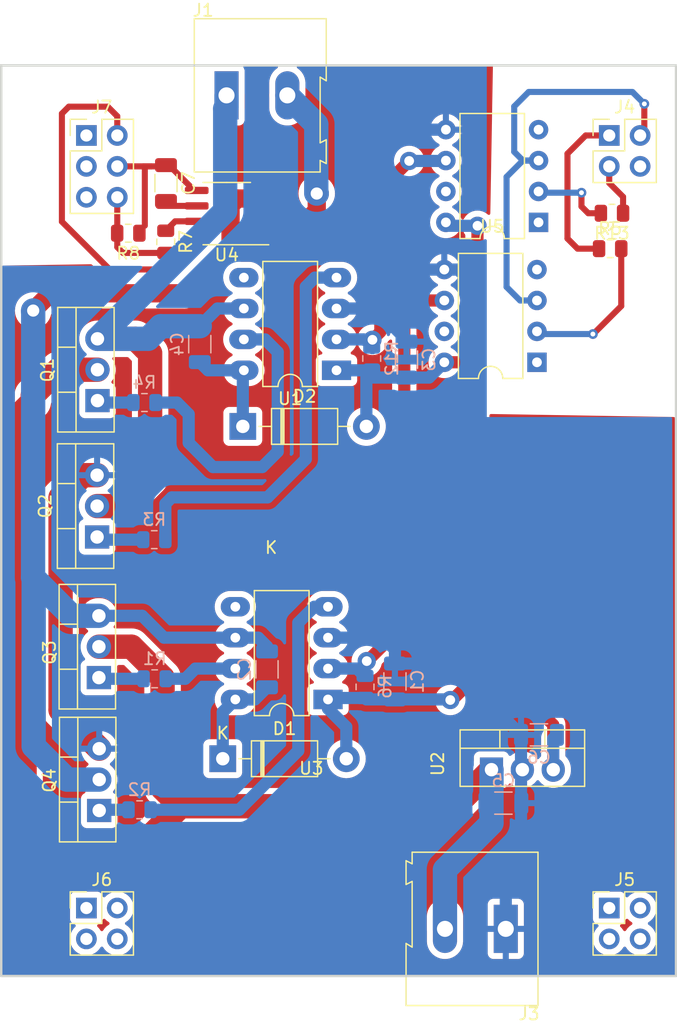
<source format=kicad_pcb>
(kicad_pcb (version 20221018) (generator pcbnew)
  (layers (0 "F.Cu" signal) (31 "B.Cu" signal) (34 "B.Paste" user) (35 "F.Paste" user) (36 "B.SilkS" user "B.Silkscreen") (37 "F.SilkS" user "F.Silkscreen") (38 "B.Mask" user) (39 "F.Mask" user) (44 "Edge.Cuts" user))
  (net 0 "")
  (net 1 "+15V")
  (net 2 "GND")
  (net 3 "Load-")
  (net 4 "Net-(D1-K)")
  (net 5 "Load+")
  (net 6 "Net-(D2-K)")
  (net 7 "+24V")
  (net 8 "GNDS")
  (net 9 "Net-(U4-FILTER)")
  (net 10 "pwm2")
  (net 11 "pwm1")
  (net 12 "iout")
  (net 13 "+5V")
  (net 14 "Net-(Q1-G)")
  (net 15 "Net-(Q2-G)")
  (net 17 "Net-(Q3-G)")
  (net 18 "Net-(Q4-G)")
  (net 19 "Net-(U3-HO)")
  (net 20 "Net-(U3-LO)")
  (net 21 "Net-(U1-LO)")
  (net 22 "Net-(U1-HO)")
  (net 23 "Net-(R5-Pad2)")
  (net 24 "in2")
  (net 25 "in1")
  (net 26 "Net-(R13-Pad2)")
  (net 46 "Net-(U4-VIOUT)")
  (net 47 "Net-(J1-Pin_2)")
  (footprint "Package_TO_SOT_THT:TO-220-3_Vertical" (layer "F.Cu") (at 60.585 98.09 90)
    (fp_text reference "Q2" (at 2.54 -4.27 90) (layer "F.SilkS"))
    (fp_text value "IRF540N")
    (pad "1" thru_hole rect (at 0 0 90) (size 1.905 2) (drill 1.1) (layers "*.Cu" "*.Mask") (net 15 "Net-(Q2-G)"))
    (pad "2" thru_hole oval (at 2.54 0 90) (size 1.905 2) (drill 1.1) (layers "*.Cu" "*.Mask") (net 5 "Load+"))
    (pad "3" thru_hole oval (at 5.08 0 90) (size 1.905 2) (drill 1.1) (layers "*.Cu" "*.Mask") (net 2 "GND"))
  )
  (footprint "TerminalBlock:TerminalBlock_Altech_AK300-2_P5.00mm" (layer "F.Cu") (at 71.23 61.79)
    (fp_text reference "J1" (at -1.92 -6.99) (layer "F.SilkS"))
    (fp_text value "Screw_Terminal_01x02" hide)
    (pad "1" thru_hole rect (at 0 0) (size 1.98 3.96) (drill 1.32) (layers "*.Cu" "*.Mask") (net 5 "Load+"))
    (pad "2" thru_hole oval (at 5 0) (size 1.98 3.96) (drill 1.32) (layers "*.Cu" "*.Mask") (net 47 "Net-(J1-Pin_2)"))
  )
  (footprint "Capacitor_SMD:C_1206_3216Metric" (layer "F.Cu") (at 66.25 69 -90)
    (fp_text reference "C7" (at 0 -1.85 90) (layer "F.SilkS"))
    (fp_text value "220n" hide)
    (pad "1" smd roundrect (at -1.475 0 270) (size 1.15 1.8) (layers "F.Cu" "F.Paste" "F.Mask") (roundrect_rratio 0.2173913043) (net 8 "GNDS"))
    (pad "2" smd roundrect (at 1.475 0 270) (size 1.15 1.8) (layers "F.Cu" "F.Paste" "F.Mask") (roundrect_rratio 0.2173913043) (net 9 "Net-(U4-FILTER)"))
  )
  (footprint "Diode_THT:D_DO-41_SOD81_P10.16mm_Horizontal" (layer "F.Cu") (at 72.57 89)
    (fp_text reference "D2" (at 5.08 -2.47) (layer "F.SilkS"))
    (fp_text value "1N4001")
    (fp_text user "K" (at 2.3275 9.96) (layer "F.SilkS"))
    (pad "1" thru_hole rect (at 0 0) (size 2.2 2.2) (drill 1.1) (layers "*.Cu" "*.Mask") (net 6 "Net-(D2-K)"))
    (pad "2" thru_hole oval (at 10.16 0) (size 2.2 2.2) (drill 1.1) (layers "*.Cu" "*.Mask") (net 1 "+15V"))
  )
  (footprint "Connector_PinHeader_2.54mm:PinHeader_2x03_P2.54mm_Vertical" (layer "F.Cu") (at 59.705 65.08625)
    (fp_text reference "J7" (at 1.27 -2.33) (layer "F.SilkS"))
    (fp_text value "Conn_02x03_Odd_Even" hide)
    (pad "1" thru_hole rect (at 0 0) (size 1.7 1.7) (drill 1) (layers "*.Cu" "*.Mask"))
    (pad "2" thru_hole oval (at 2.54 0) (size 1.7 1.7) (drill 1) (layers "*.Cu" "*.Mask") (net 13 "+5V"))
    (pad "3" thru_hole oval (at 0 2.54) (size 1.7 1.7) (drill 1) (layers "*.Cu" "*.Mask"))
    (pad "4" thru_hole oval (at 2.54 2.54) (size 1.7 1.7) (drill 1) (layers "*.Cu" "*.Mask") (net 8 "GNDS"))
    (pad "5" thru_hole oval (at 0 5.08) (size 1.7 1.7) (drill 1) (layers "*.Cu" "*.Mask"))
    (pad "6" thru_hole oval (at 2.54 5.08) (size 1.7 1.7) (drill 1) (layers "*.Cu" "*.Mask") (net 12 "iout"))
  )
  (footprint "Resistor_SMD:R_0805_2012Metric" (layer "F.Cu") (at 63.15 73.12 180)
    (fp_text reference "R8" (at 0 -1.65) (layer "F.SilkS"))
    (fp_text value "10k")
    (pad "1" smd roundrect (at -0.9125 0 180) (size 1.025 1.4) (layers "F.Cu" "F.Paste" "F.Mask") (roundrect_rratio 0.243902439) (net 8 "GNDS"))
    (pad "2" smd roundrect (at 0.9125 0 180) (size 1.025 1.4) (layers "F.Cu" "F.Paste" "F.Mask") (roundrect_rratio 0.243902439) (net 12 "iout"))
  )
  (footprint "Package_DIP:DIP-8_W7.62mm" (layer "F.Cu") (at 96.76 83.73 180)
    (fp_text reference "U6" hide)
    (fp_text value "6N135")
    (pad "1" thru_hole rect (at 0 0 180) (size 1.6 1.6) (drill 0.8) (layers "*.Cu" "*.Mask"))
    (pad "2" thru_hole oval (at 0 2.54 180) (size 1.6 1.6) (drill 0.8) (layers "*.Cu" "*.Mask") (net 23 "Net-(R5-Pad2)"))
    (pad "3" thru_hole oval (at 0 5.08 180) (size 1.6 1.6) (drill 0.8) (layers "*.Cu" "*.Mask") (net 8 "GNDS"))
    (pad "4" thru_hole oval (at 0 7.62 180) (size 1.6 1.6) (drill 0.8) (layers "*.Cu" "*.Mask"))
    (pad "5" thru_hole oval (at 7.62 7.62 180) (size 1.6 1.6) (drill 0.8) (layers "*.Cu" "*.Mask") (net 2 "GND"))
    (pad "6" thru_hole oval (at 7.62 5.08 180) (size 1.6 1.6) (drill 0.8) (layers "*.Cu" "*.Mask") (net 24 "in2"))
    (pad "7" thru_hole oval (at 7.62 2.54 180) (size 1.6 1.6) (drill 0.8) (layers "*.Cu" "*.Mask"))
    (pad "8" thru_hole oval (at 7.62 0 180) (size 1.6 1.6) (drill 0.8) (layers "*.Cu" "*.Mask") (net 1 "+15V"))
  )
  (footprint "Package_SO:SOIC-8_3.9x4.9mm_P1.27mm" (layer "F.Cu") (at 71.25 71.51 180)
    (fp_text reference "U4" (at 0 -3.4) (layer "F.SilkS"))
    (fp_text value "ACS712xLCTR-05B" hide)
    (pad "1" smd roundrect (at -2.475 -1.905 180) (size 1.95 0.6) (layers "F.Cu" "F.Paste" "F.Mask") (net 47 "Net-(J1-Pin_2)"))
    (pad "2" smd roundrect (at -2.475 -0.635 180) (size 1.95 0.6) (layers "F.Cu" "F.Paste" "F.Mask") (net 47 "Net-(J1-Pin_2)"))
    (pad "3" smd roundrect (at -2.475 0.635 180) (size 1.95 0.6) (layers "F.Cu" "F.Paste" "F.Mask") (net 3 "Load-"))
    (pad "4" smd roundrect (at -2.475 1.905 180) (size 1.95 0.6) (layers "F.Cu" "F.Paste" "F.Mask") (net 3 "Load-"))
    (pad "5" smd roundrect (at 2.475 1.905 180) (size 1.95 0.6) (layers "F.Cu" "F.Paste" "F.Mask") (net 8 "GNDS"))
    (pad "6" smd roundrect (at 2.475 0.635 180) (size 1.95 0.6) (layers "F.Cu" "F.Paste" "F.Mask") (net 9 "Net-(U4-FILTER)"))
    (pad "7" smd roundrect (at 2.475 -0.635 180) (size 1.95 0.6) (layers "F.Cu" "F.Paste" "F.Mask") (net 46 "Net-(U4-VIOUT)"))
    (pad "8" smd roundrect (at 2.475 -1.905 180) (size 1.95 0.6) (layers "F.Cu" "F.Paste" "F.Mask") (net 13 "+5V"))
  )
  (footprint "Package_DIP:DIP-8_W7.62mm" (layer "F.Cu") (at 96.89 72.23 180)
    (fp_text reference "U5" (at 3.81 -0.33) (layer "F.SilkS"))
    (fp_text value "6N135")
    (pad "1" thru_hole rect (at 0 0 180) (size 1.6 1.6) (drill 0.8) (layers "*.Cu" "*.Mask"))
    (pad "2" thru_hole oval (at 0 2.54 180) (size 1.6 1.6) (drill 0.8) (layers "*.Cu" "*.Mask") (net 26 "Net-(R13-Pad2)"))
    (pad "3" thru_hole oval (at 0 5.08 180) (size 1.6 1.6) (drill 0.8) (layers "*.Cu" "*.Mask") (net 8 "GNDS"))
    (pad "4" thru_hole oval (at 0 7.62 180) (size 1.6 1.6) (drill 0.8) (layers "*.Cu" "*.Mask"))
    (pad "5" thru_hole oval (at 7.62 7.62 180) (size 1.6 1.6) (drill 0.8) (layers "*.Cu" "*.Mask") (net 2 "GND"))
    (pad "6" thru_hole oval (at 7.62 5.08 180) (size 1.6 1.6) (drill 0.8) (layers "*.Cu" "*.Mask") (net 25 "in1"))
    (pad "7" thru_hole oval (at 7.62 2.54 180) (size 1.6 1.6) (drill 0.8) (layers "*.Cu" "*.Mask"))
    (pad "8" thru_hole oval (at 7.62 0 180) (size 1.6 1.6) (drill 0.8) (layers "*.Cu" "*.Mask") (net 1 "+15V"))
  )
  (footprint "Connector_PinHeader_2.54mm:PinHeader_2x02_P2.54mm_Vertical" (layer "F.Cu") (at 102.705 65.08625)
    (fp_text reference "J4" (at 1.27 -2.33) (layer "F.SilkS"))
    (fp_text value "Conn_02x02_Odd_Even" hide)
    (pad "1" thru_hole rect (at 0 0) (size 1.7 1.7) (drill 1) (layers "*.Cu" "*.Mask") (net 10 "pwm2"))
    (pad "2" thru_hole oval (at 2.54 0) (size 1.7 1.7) (drill 1) (layers "*.Cu" "*.Mask") (net 8 "GNDS"))
    (pad "3" thru_hole oval (at 0 2.54) (size 1.7 1.7) (drill 1) (layers "*.Cu" "*.Mask") (net 11 "pwm1"))
    (pad "4" thru_hole oval (at 2.54 2.54) (size 1.7 1.7) (drill 1) (layers "*.Cu" "*.Mask"))
  )
  (footprint "Package_TO_SOT_THT:TO-220-3_Vertical" (layer "F.Cu") (at 60.615 86.88 90)
    (fp_text reference "Q1" (at 2.5104 -4.1122 90) (layer "F.SilkS"))
    (fp_text value "IRF540N")
    (pad "1" thru_hole rect (at 0 0 90) (size 1.905 2) (drill 1.1) (layers "*.Cu" "*.Mask") (net 14 "Net-(Q1-G)"))
    (pad "2" thru_hole oval (at 2.54 0 90) (size 1.905 2) (drill 1.1) (layers "*.Cu" "*.Mask") (net 7 "+24V"))
    (pad "3" thru_hole oval (at 5.08 0 90) (size 1.905 2) (drill 1.1) (layers "*.Cu" "*.Mask") (net 5 "Load+"))
  )
  (footprint "Package_DIP:DIP-8_W7.62mm_LongPads" (layer "F.Cu") (at 80.275 84.39 180)
    (fp_text reference "U1" (at 3.81 -2.33) (layer "F.SilkS"))
    (fp_text value "IR2111")
    (pad "1" thru_hole rect (at 0 0 180) (size 2.4 1.6) (drill 0.8) (layers "*.Cu" "*.Mask") (net 1 "+15V"))
    (pad "2" thru_hole oval (at 0 2.54 180) (size 2.4 1.6) (drill 0.8) (layers "*.Cu" "*.Mask") (net 25 "in1"))
    (pad "3" thru_hole oval (at 0 5.08 180) (size 2.4 1.6) (drill 0.8) (layers "*.Cu" "*.Mask") (net 2 "GND"))
    (pad "4" thru_hole oval (at 0 7.62 180) (size 2.4 1.6) (drill 0.8) (layers "*.Cu" "*.Mask") (net 21 "Net-(U1-LO)"))
    (pad "5" thru_hole oval (at 7.62 7.62 180) (size 2.4 1.6) (drill 0.8) (layers "*.Cu" "*.Mask"))
    (pad "6" thru_hole oval (at 7.62 5.08 180) (size 2.4 1.6) (drill 0.8) (layers "*.Cu" "*.Mask") (net 5 "Load+"))
    (pad "7" thru_hole oval (at 7.62 2.54 180) (size 2.4 1.6) (drill 0.8) (layers "*.Cu" "*.Mask") (net 22 "Net-(U1-HO)"))
    (pad "8" thru_hole oval (at 7.62 0 180) (size 2.4 1.6) (drill 0.8) (layers "*.Cu" "*.Mask") (net 6 "Net-(D2-K)"))
  )
  (footprint "Resistor_SMD:R_0805_2012Metric" (layer "F.Cu") (at 66.23 73.83 -90)
    (fp_text reference "R7" (at 0 -1.65 90) (layer "F.SilkS"))
    (fp_text value "5.6k")
    (pad "1" smd roundrect (at -0.9125 0 270) (size 1.025 1.4) (layers "F.Cu" "F.Paste" "F.Mask") (roundrect_rratio 0.243902439) (net 46 "Net-(U4-VIOUT)"))
    (pad "2" smd roundrect (at 0.9125 0 270) (size 1.025 1.4) (layers "F.Cu" "F.Paste" "F.Mask") (roundrect_rratio 0.243902439) (net 12 "iout"))
  )
  (footprint "Resistor_SMD:R_0805_2012Metric" (layer "F.Cu") (at 102.93 71.48 180)
    (fp_text reference "R13" (at 0 -1.65) (layer "F.SilkS"))
    (fp_text value "220 ")
    (pad "1" smd roundrect (at -0.9125 0 180) (size 1.025 1.4) (layers "F.Cu" "F.Paste" "F.Mask") (roundrect_rratio 0.243902439) (net 11 "pwm1"))
    (pad "2" smd roundrect (at 0.9125 0 180) (size 1.025 1.4) (layers "F.Cu" "F.Paste" "F.Mask") (roundrect_rratio 0.243902439) (net 26 "Net-(R13-Pad2)"))
  )
  (footprint "Package_TO_SOT_THT:TO-220-3_Vertical" (layer "F.Cu") (at 60.7328 109.6476 90)
    (fp_text reference "Q3" (at 2.0632 -4.064 90) (layer "F.SilkS"))
    (fp_text value "IRF540N")
    (pad "1" thru_hole rect (at 0 0 90) (size 1.905 2) (drill 1.1) (layers "*.Cu" "*.Mask") (net 17 "Net-(Q3-G)"))
    (pad "2" thru_hole oval (at 2.54 0 90) (size 1.905 2) (drill 1.1) (layers "*.Cu" "*.Mask") (net 7 "+24V"))
    (pad "3" thru_hole oval (at 5.08 0 90) (size 1.905 2) (drill 1.1) (layers "*.Cu" "*.Mask") (net 3 "Load-"))
  )
  (footprint "Connector_PinHeader_2.54mm:PinHeader_2x02_P2.54mm_Vertical" (layer "F.Cu") (at 59.705 128.58625)
    (fp_text reference "J6" (at 1.27 -2.33) (layer "F.SilkS"))
    (fp_text value "Conn_02x02_Odd_Even" hide)
    (pad "1" thru_hole rect (at 0 0) (size 1.7 1.7) (drill 1) (layers "*.Cu" "*.Mask"))
    (pad "2" thru_hole oval (at 2.54 0) (size 1.7 1.7) (drill 1) (layers "*.Cu" "*.Mask"))
    (pad "3" thru_hole oval (at 0 2.54) (size 1.7 1.7) (drill 1) (layers "*.Cu" "*.Mask"))
    (pad "4" thru_hole oval (at 2.54 2.54) (size 1.7 1.7) (drill 1) (layers "*.Cu" "*.Mask"))
  )
  (footprint "Package_TO_SOT_THT:TO-220-3_Vertical" (layer "F.Cu") (at 93.02 117.215)
    (fp_text reference "U2" (at -4.42 -0.48 90) (layer "F.SilkS"))
    (fp_text value "LM7812_TO220")
    (pad "1" thru_hole rect (at 0 0) (size 1.905 2) (drill 1.1) (layers "*.Cu" "*.Mask") (net 7 "+24V"))
    (pad "2" thru_hole oval (at 2.54 0) (size 1.905 2) (drill 1.1) (layers "*.Cu" "*.Mask") (net 2 "GND"))
    (pad "3" thru_hole oval (at 5.08 0) (size 1.905 2) (drill 1.1) (layers "*.Cu" "*.Mask") (net 1 "+15V"))
  )
  (footprint "Resistor_SMD:R_0805_2012Metric" (layer "F.Cu") (at 102.78 74.39)
    (fp_text reference "R5" (at 0 -1.65) (layer "F.SilkS"))
    (fp_text value "220")
    (pad "1" smd roundrect (at -0.9125 0) (size 1.025 1.4) (layers "F.Cu" "F.Paste" "F.Mask") (roundrect_rratio 0.243902439) (net 10 "pwm2"))
    (pad "2" smd roundrect (at 0.9125 0) (size 1.025 1.4) (layers "F.Cu" "F.Paste" "F.Mask") (roundrect_rratio 0.243902439) (net 23 "Net-(R5-Pad2)"))
  )
  (footprint "Connector_PinHeader_2.54mm:PinHeader_2x02_P2.54mm_Vertical" (layer "F.Cu") (at 102.705 128.58625)
    (fp_text reference "J5" (at 1.27 -2.33) (layer "F.SilkS"))
    (fp_text value "Conn_02x02_Odd_Even" hide)
    (pad "1" thru_hole rect (at 0 0) (size 1.7 1.7) (drill 1) (layers "*.Cu" "*.Mask"))
    (pad "2" thru_hole oval (at 2.54 0) (size 1.7 1.7) (drill 1) (layers "*.Cu" "*.Mask"))
    (pad "3" thru_hole oval (at 0 2.54) (size 1.7 1.7) (drill 1) (layers "*.Cu" "*.Mask"))
    (pad "4" thru_hole oval (at 2.54 2.54) (size 1.7 1.7) (drill 1) (layers "*.Cu" "*.Mask"))
  )
  (footprint "Diode_THT:D_DO-41_SOD81_P10.16mm_Horizontal" (layer "F.Cu") (at 70.92 116.315)
    (fp_text reference "D1" (at 5.08 -2.47) (layer "F.SilkS"))
    (fp_text value "1N4001")
    (fp_text user "K" (at 0 -2.1) (layer "F.SilkS"))
    (pad "1" thru_hole rect (at 0 0) (size 2.2 2.2) (drill 1.1) (layers "*.Cu" "*.Mask") (net 4 "Net-(D1-K)"))
    (pad "2" thru_hole oval (at 10.16 0) (size 2.2 2.2) (drill 1.1) (layers "*.Cu" "*.Mask") (net 1 "+15V"))
  )
  (footprint "TerminalBlock:TerminalBlock_Altech_AK300-2_P5.00mm" (layer "F.Cu") (at 94.195 130.3 180)
    (fp_text reference "J3" (at -1.92 -6.99) (layer "F.SilkS"))
    (fp_text value "Screw_Terminal_01x02" hide)
    (pad "1" thru_hole rect (at 0 0 180) (size 1.98 3.96) (drill 1.32) (layers "*.Cu" "*.Mask") (net 2 "GND"))
    (pad "2" thru_hole oval (at 5 0 180) (size 1.98 3.96) (drill 1.32) (layers "*.Cu" "*.Mask") (net 7 "+24V"))
  )
  (footprint "Package_TO_SOT_THT:TO-220-3_Vertical" (layer "F.Cu") (at 60.76 120.57 90)
    (fp_text reference "Q4" (at 2.4706 -4.1012 90) (layer "F.SilkS"))
    (fp_text value "IRF540N")
    (pad "1" thru_hole rect (at 0 0 90) (size 1.905 2) (drill 1.1) (layers "*.Cu" "*.Mask") (net 18 "Net-(Q4-G)"))
    (pad "2" thru_hole oval (at 2.54 0 90) (size 1.905 2) (drill 1.1) (layers "*.Cu" "*.Mask") (net 3 "Load-"))
    (pad "3" thru_hole oval (at 5.08 0 90) (size 1.905 2) (drill 1.1) (layers "*.Cu" "*.Mask") (net 2 "GND"))
  )
  (footprint "Package_DIP:DIP-8_W7.62mm_LongPads" (layer "F.Cu") (at 79.575 111.445 180)
    (fp_text reference "U3" (at 1.3695 -5.663) (layer "F.SilkS"))
    (fp_text value "IR2111")
    (pad "1" thru_hole rect (at 0 0 180) (size 2.4 1.6) (drill 0.8) (layers "*.Cu" "*.Mask") (net 1 "+15V"))
    (pad "2" thru_hole oval (at 0 2.54 180) (size 2.4 1.6) (drill 0.8) (layers "*.Cu" "*.Mask") (net 24 "in2"))
    (pad "3" thru_hole oval (at 0 5.08 180) (size 2.4 1.6) (drill 0.8) (layers "*.Cu" "*.Mask") (net 2 "GND"))
    (pad "4" thru_hole oval (at 0 7.62 180) (size 2.4 1.6) (drill 0.8) (layers "*.Cu" "*.Mask") (net 20 "Net-(U3-LO)"))
    (pad "5" thru_hole oval (at 7.62 7.62 180) (size 2.4 1.6) (drill 0.8) (layers "*.Cu" "*.Mask"))
    (pad "6" thru_hole oval (at 7.62 5.08 180) (size 2.4 1.6) (drill 0.8) (layers "*.Cu" "*.Mask") (net 3 "Load-"))
    (pad "7" thru_hole oval (at 7.62 2.54 180) (size 2.4 1.6) (drill 0.8) (layers "*.Cu" "*.Mask") (net 19 "Net-(U3-HO)"))
    (pad "8" thru_hole oval (at 7.62 0 180) (size 2.4 1.6) (drill 0.8) (layers "*.Cu" "*.Mask") (net 4 "Net-(D1-K)"))
  )
  (footprint "Resistor_SMD:R_0805_2012Metric" (layer "B.Cu") (at 83.17 83.42 90)
    (fp_text reference "R12" (at 0 1.65 90) (layer "B.SilkS") (effects (justify mirror)))
    (fp_text value "2,2k")
    (pad "1" smd roundrect (at -0.9125 0 90) (size 1.025 1.4) (layers "B.Cu" "B.Paste" "B.Mask") (roundrect_rratio 0.243902439) (net 1 "+15V"))
    (pad "2" smd roundrect (at 0.9125 0 90) (size 1.025 1.4) (layers "B.Cu" "B.Paste" "B.Mask") (roundrect_rratio 0.243902439) (net 25 "in1"))
  )
  (footprint "Resistor_SMD:R_0805_2012Metric" (layer "B.Cu") (at 64.48 87.04 180)
    (fp_text reference "R4" (at 0 1.65) (layer "B.SilkS") (effects (justify mirror)))
    (fp_text value "10")
    (pad "1" smd roundrect (at -0.9125 0 180) (size 1.025 1.4) (layers "B.Cu" "B.Paste" "B.Mask") (roundrect_rratio 0.243902439) (net 22 "Net-(U1-HO)"))
    (pad "2" smd roundrect (at 0.9125 0 180) (size 1.025 1.4) (layers "B.Cu" "B.Paste" "B.Mask") (roundrect_rratio 0.243902439) (net 14 "Net-(Q1-G)"))
  )
  (footprint "Resistor_SMD:R_0805_2012Metric" (layer "B.Cu") (at 82.62 110.41 90)
    (fp_text reference "R6" (at 0 1.65 90) (layer "B.SilkS") (effects (justify mirror)))
    (fp_text value "2,2k")
    (pad "1" smd roundrect (at -0.9125 0 90) (size 1.025 1.4) (layers "B.Cu" "B.Paste" "B.Mask") (roundrect_rratio 0.243902439) (net 1 "+15V"))
    (pad "2" smd roundrect (at 0.9125 0 90) (size 1.025 1.4) (layers "B.Cu" "B.Paste" "B.Mask") (roundrect_rratio 0.243902439) (net 24 "in2"))
  )
  (footprint "Resistor_SMD:R_0805_2012Metric" (layer "B.Cu") (at 64.08 120.51 180)
    (fp_text reference "R2" (at 0 1.65) (layer "B.SilkS") (effects (justify mirror)))
    (fp_text value "10")
    (pad "1" smd roundrect (at -0.9125 0 180) (size 1.025 1.4) (layers "B.Cu" "B.Paste" "B.Mask") (roundrect_rratio 0.243902439) (net 20 "Net-(U3-LO)"))
    (pad "2" smd roundrect (at 0.9125 0 180) (size 1.025 1.4) (layers "B.Cu" "B.Paste" "B.Mask") (roundrect_rratio 0.243902439) (net 18 "Net-(Q4-G)"))
  )
  (footprint "Capacitor_SMD:C_1206_3216Metric" (layer "B.Cu") (at 96.925 114.355)
    (fp_text reference "C6" (at 0 1.85) (layer "B.SilkS") (effects (justify mirror)))
    (fp_text value "10u")
    (pad "1" smd roundrect (at -1.475 0) (size 1.15 1.8) (layers "B.Cu" "B.Paste" "B.Mask") (roundrect_rratio 0.2173913043) (net 2 "GND"))
    (pad "2" smd roundrect (at 1.475 0) (size 1.15 1.8) (layers "B.Cu" "B.Paste" "B.Mask") (roundrect_rratio 0.2173913043) (net 1 "+15V"))
  )
  (footprint "Capacitor_SMD:C_1206_3216Metric" (layer "B.Cu") (at 86.03 83.51 90)
    (fp_text reference "C3" (at 0 1.85 90) (layer "B.SilkS") (effects (justify mirror)))
    (fp_text value "10u")
    (pad "1" smd roundrect (at -1.475 0 90) (size 1.15 1.8) (layers "B.Cu" "B.Paste" "B.Mask") (roundrect_rratio 0.2173913043) (net 1 "+15V"))
    (pad "2" smd roundrect (at 1.475 0 90) (size 1.15 1.8) (layers "B.Cu" "B.Paste" "B.Mask") (roundrect_rratio 0.2173913043) (net 2 "GND"))
  )
  (footprint "Resistor_SMD:R_0805_2012Metric" (layer "B.Cu") (at 65.32 109.745 180)
    (fp_text reference "R1" (at 0 1.65) (layer "B.SilkS") (effects (justify mirror)))
    (fp_text value "10")
    (pad "1" smd roundrect (at -0.9125 0 180) (size 1.025 1.4) (layers "B.Cu" "B.Paste" "B.Mask") (roundrect_rratio 0.243902439) (net 19 "Net-(U3-HO)"))
    (pad "2" smd roundrect (at 0.9125 0 180) (size 1.025 1.4) (layers "B.Cu" "B.Paste" "B.Mask") (roundrect_rratio 0.243902439) (net 17 "Net-(Q3-G)"))
  )
  (footprint "Capacitor_SMD:C_1206_3216Metric" (layer "B.Cu") (at 94 119.965 180)
    (fp_text reference "C5" (at 0 1.85) (layer "B.SilkS") (effects (justify mirror)))
    (fp_text value "10u")
    (pad "1" smd roundrect (at -1.475 0 180) (size 1.15 1.8) (layers "B.Cu" "B.Paste" "B.Mask") (roundrect_rratio 0.2173913043) (net 2 "GND"))
    (pad "2" smd roundrect (at 1.475 0 180) (size 1.15 1.8) (layers "B.Cu" "B.Paste" "B.Mask") (roundrect_rratio 0.2173913043) (net 7 "+24V"))
  )
  (footprint "Capacitor_SMD:C_1206_3216Metric" (layer "B.Cu") (at 85.08 109.965 90)
    (fp_text reference "C1" (at 0 1.85 90) (layer "B.SilkS") (effects (justify mirror)))
    (fp_text value "10u")
    (pad "1" smd roundrect (at -1.475 0 90) (size 1.15 1.8) (layers "B.Cu" "B.Paste" "B.Mask") (roundrect_rratio 0.2173913043) (net 1 "+15V"))
    (pad "2" smd roundrect (at 1.475 0 90) (size 1.15 1.8) (layers "B.Cu" "B.Paste" "B.Mask") (roundrect_rratio 0.2173913043) (net 2 "GND"))
  )
  (footprint "Capacitor_SMD:C_1206_3216Metric" (layer "B.Cu") (at 69.03 82.24 -90)
    (fp_text reference "C4" (at 0 1.85 90) (layer "B.SilkS") (effects (justify mirror)))
    (fp_text value "10u")
    (pad "1" smd roundrect (at -1.475 0 270) (size 1.15 1.8) (layers "B.Cu" "B.Paste" "B.Mask") (roundrect_rratio 0.2173913043) (net 5 "Load+"))
    (pad "2" smd roundrect (at 1.475 0 270) (size 1.15 1.8) (layers "B.Cu" "B.Paste" "B.Mask") (roundrect_rratio 0.2173913043) (net 6 "Net-(D2-K)"))
  )
  (footprint "Capacitor_SMD:C_1206_3216Metric" (layer "B.Cu") (at 74.56 108.97 -90)
    (fp_text reference "C2" (at 0 1.85 90) (layer "B.SilkS") (effects (justify mirror)))
    (fp_text value "10u")
    (pad "1" smd roundrect (at -1.475 0 270) (size 1.15 1.8) (layers "B.Cu" "B.Paste" "B.Mask") (roundrect_rratio 0.2173913043) (net 3 "Load-"))
    (pad "2" smd roundrect (at 1.475 0 270) (size 1.15 1.8) (layers "B.Cu" "B.Paste" "B.Mask") (roundrect_rratio 0.2173913043) (net 4 "Net-(D1-K)"))
  )
  (footprint "Resistor_SMD:R_0805_2012Metric" (layer "B.Cu") (at 65.2875 98.31 180)
    (fp_text reference "R3" (at 0 1.65) (layer "B.SilkS") (effects (justify mirror)))
    (fp_text value "10")
    (pad "1" smd roundrect (at -0.9125 0 180) (size 1.025 1.4) (layers "B.Cu" "B.Paste" "B.Mask") (roundrect_rratio 0.243902439) (net 21 "Net-(U1-LO)"))
    (pad "2" smd roundrect (at 0.9125 0 180) (size 1.025 1.4) (layers "B.Cu" "B.Paste" "B.Mask") (roundrect_rratio 0.243902439) (net 15 "Net-(Q2-G)"))
  )
  (gr_rect (start 52.7 59.33) (end 108.196 134.176) (stroke (width 0.2)) (fill none) (layer "Edge.Cuts"))
  (segment (start 89.14 83.73) (end 91.79 83.73) (width 1) (layer "F.Cu") (net 1))
  (segment (start 98.1 117.215) (end 98.1 113.53) (width 1) (layer "F.Cu") (net 1))
  (segment (start 91.79 83.73) (end 91.85 83.67) (width 1) (layer "F.Cu") (net 1))
  (segment (start 91.87 72.47) (end 91.85 72.49) (width 1) (layer "F.Cu") (net 1))
  (segment (start 91.87 72.51) (end 91.85 83.67) (width 1) (layer "F.Cu") (net 1))
  (segment (start 98.1 113.53) (end 94 109.43) (width 1) (layer "F.Cu") (net 1))
  (segment (start 91.85 83.67) (end 91.85 109.43) (width 1) (layer "F.Cu") (net 1))
  (segment (start 91.85 72.49) (end 91.87 72.51) (width 1) (layer "F.Cu") (net 1))
  (segment (start 94 109.43) (end 91.85 109.43) (width 1) (layer "F.Cu") (net 1))
  (segment (start 91.85 109.43) (end 89.835 111.445) (width 1) (layer "F.Cu") (net 1))
  (via (at 91.87 72.51) (size 1.5) (drill 0.8) (layers "F.Cu" "B.Cu") (net 1))
  (via (at 89.63 111.49) (size 1.5) (drill 0.8) (layers "F.Cu" "B.Cu") (net 1))
  (segment (start 89.63 111.54) (end 89.54 111.45) (width 1) (layer "B.Cu") (net 1))
  (segment (start 86.03 84.985) (end 87.885 84.985) (width 1) (layer "B.Cu") (net 1))
  (segment (start 82.73 84.7725) (end 83.17 84.3325) (width 1) (layer "B.Cu") (net 1))
  (segment (start 82.73 89) (end 82.73 84.7725) (width 1) (layer "B.Cu") (net 1))
  (segment (start 81.08 113.705) (end 79.575 112.2) (width 1) (layer "B.Cu") (net 1))
  (segment (start 82.62 111.3225) (end 79.6975 111.3225) (width 1) (layer "B.Cu") (net 1))
  (segment (start 89.53 111.44) (end 89.58 111.49) (width 1) (layer "B.Cu") (net 1))
  (segment (start 98.1 117.215) (end 98.1 114.655) (width 1) (layer "B.Cu") (net 1))
  (segment (start 79.6975 111.3225) (end 79.575 111.445) (width 1) (layer "B.Cu") (net 1))
  (segment (start 83.1125 84.39) (end 83.17 84.3325) (width 1) (layer "B.Cu") (net 1))
  (segment (start 86.03 84.985) (end 82.9425 84.985) (width 1) (layer "B.Cu") (net 1))
  (segment (start 85.08 111.44) (end 89.53 111.44) (width 1) (layer "B.Cu") (net 1))
  (segment (start 89.55 72.51) (end 89.27 72.23) (width 1) (layer "B.Cu") (net 1))
  (segment (start 89.63 111.49) (end 89.63 111.54) (width 1) (layer "B.Cu") (net 1))
  (segment (start 81.08 116.315) (end 81.08 113.705) (width 1) (layer "B.Cu") (net 1))
  (segment (start 82.7375 111.44) (end 82.62 111.3225) (width 1) (layer "B.Cu") (net 1))
  (segment (start 91.87 72.51) (end 89.55 72.51) (width 1) (layer "B.Cu") (net 1))
  (segment (start 89.58 111.49) (end 89.63 111.49) (width 1) (layer "B.Cu") (net 1))
  (segment (start 98.1 114.655) (end 98.4 114.355) (width 1) (layer "B.Cu") (net 1))
  (segment (start 80.275 84.39) (end 83.1125 84.39) (width 1) (layer "B.Cu") (net 1))
  (segment (start 82.9425 84.985) (end 82.73 84.7725) (width 1) (layer "B.Cu") (net 1))
  (segment (start 79.575 112.2) (end 79.575 111.445) (width 1) (layer "B.Cu") (net 1))
  (segment (start 85.08 111.44) (end 82.7375 111.44) (width 1) (layer "B.Cu") (net 1))
  (segment (start 87.885 84.985) (end 89.14 83.73) (width 1) (layer "B.Cu") (net 1))
  (segment (start 60.76 115.49) (end 57.582 112.312) (width 2) (layer "F.Cu") (net 2))
  (segment (start 57.582 112.312) (end 57.582 94.834) (width 2) (layer "F.Cu") (net 2))
  (segment (start 57.582 94.834) (end 59.406 93.01) (width 2) (layer "F.Cu") (net 2))
  (segment (start 59.406 93.01) (end 60.585 93.01) (width 2) (layer "F.Cu") (net 2))
  (segment (start 85.08 108.49) (end 91.39 108.49) (width 1) (layer "B.Cu") (net 2))
  (segment (start 84.095 106.365) (end 79.575 106.365) (width 1) (layer "B.Cu") (net 2))
  (segment (start 86.03 81.88) (end 83.46 79.31) (width 1) (layer "B.Cu") (net 2))
  (segment (start 95.45 123.58) (end 95.45 114.355) (width 1) (layer "B.Cu") (net 2))
  (segment (start 89.14 76.11) (end 90.28 76.11) (width 1) (layer "B.Cu") (net 2))
  (segment (start 83.51 76.11) (end 83.46 76.06) (width 1) (layer "B.Cu") (net 2))
  (segment (start 91.39 108.49) (end 91.49 108.39) (width 1) (layer "B.Cu") (net 2))
  (segment (start 91.49 77.32) (end 91.49 108.39) (width 1) (layer "B.Cu") (net 2))
  (segment (start 94.195 124.835) (end 95.45 123.58) (width 1) (layer "B.Cu") (net 2))
  (segment (start 86.03 82.035) (end 86.03 81.88) (width 1) (layer "B.Cu") (net 2))
  (segment (start 85.08 108.49) (end 85.08 107.35) (width 1) (layer "B.Cu") (net 2))
  (segment (start 83.46 66.97) (end 83.46 76.06) (width 1) (layer "B.Cu") (net 2))
  (segment (start 91.49 110.395) (end 95.45 114.355) (width 1) (layer "B.Cu") (net 2))
  (segment (start 83.46 79.31) (end 80.275 79.31) (width 1) (layer "B.Cu") (net 2))
  (segment (start 85.08 107.35) (end 84.095 106.365) (width 1) (layer "B.Cu") (net 2))
  (segment (start 94.195 130.3) (end 94.195 124.835) (width 1) (layer "B.Cu") (net 2))
  (segment (start 90.28 76.11) (end 91.49 77.32) (width 1) (layer "B.Cu") (net 2))
  (segment (start 83.46 76.06) (end 83.46 79.31) (width 1) (layer "B.Cu") (net 2))
  (segment (start 89.27 64.61) (end 85.82 64.61) (width 1) (layer "B.Cu") (net 2))
  (segment (start 89.14 76.11) (end 83.51 76.11) (width 1) (layer "B.Cu") (net 2))
  (segment (start 85.82 64.61) (end 83.46 66.97) (width 1) (layer "B.Cu") (net 2))
  (segment (start 91.49 108.39) (end 91.49 110.395) (width 1) (layer "B.Cu") (net 2))
  (segment (start 71.56 74.27) (end 71.56 70.84) (width 1.5) (layer "F.Cu") (net 3))
  (segment (start 67.77 78.06) (end 71.56 74.27) (width 1.5) (layer "F.Cu") (net 3))
  (segment (start 55.33 79.48) (end 56.75 78.06) (width 1.5) (layer "F.Cu") (net 3))
  (segment (start 72.13 70.27) (end 73.82 70.27) (width 1.5) (layer "F.Cu") (net 3))
  (segment (start 71.56 70.84) (end 72.13 70.27) (width 1.5) (layer "F.Cu") (net 3))
  (segment (start 56.75 78.06) (end 67.77 78.06) (width 1.5) (layer "F.Cu") (net 3))
  (via (at 55.33 79.48) (size 2) (drill 1) (layers "F.Cu" "B.Cu") (net 3))
  (segment (start 55.32 79.57) (end 55.33 79.48) (width 2) (layer "B.Cu") (net 3))
  (segment (start 55.33 79.48) (end 55.32 101.41) (width 2) (layer "B.Cu") (net 3))
  (segment (start 55.37 101.46) (end 55.32 101.41) (width 2) (layer "B.Cu") (net 3))
  (segment (start 66.09 106.365) (end 71.955 106.365) (width 1) (layer "B.Cu") (net 3))
  (segment (start 64.2926 104.5676) (end 66.09 106.365) (width 1) (layer "B.Cu") (net 3))
  (segment (start 58.11 118.03) (end 55.37 115.29) (width 2) (layer "B.Cu") (net 3))
  (segment (start 60.76 118.03) (end 58.11 118.03) (width 2) (layer "B.Cu") (net 3))
  (segment (start 73.84 106.365) (end 74.56 107.085) (width 1) (layer "B.Cu") (net 3))
  (segment (start 60.7328 104.5676) (end 64.2926 104.5676) (width 1) (layer "B.Cu") (net 3))
  (segment (start 55.32 101.41) (end 58.4776 104.5676) (width 2) (layer "B.Cu") (net 3))
  (segment (start 74.56 107.085) (end 74.56 107.495) (width 1) (layer "B.Cu") (net 3))
  (segment (start 55.37 115.29) (end 55.37 101.46) (width 2) (layer "B.Cu") (net 3))
  (segment (start 58.4776 104.5676) (end 60.7328 104.5676) (width 2) (layer "B.Cu") (net 3))
  (segment (start 71.955 106.365) (end 73.84 106.365) (width 1) (layer "B.Cu") (net 3))
  (segment (start 70.92 116.315) (end 70.92 112.48) (width 1) (layer "B.Cu") (net 4))
  (segment (start 71.955 111.445) (end 73.56 111.445) (width 1) (layer "B.Cu") (net 4))
  (segment (start 70.92 112.48) (end 71.955 111.445) (width 1) (layer "B.Cu") (net 4))
  (segment (start 73.56 111.445) (end 74.56 110.445) (width 1) (layer "B.Cu") (net 4))
  (segment (start 64.948 93.202) (end 64.948 82.998) (width 2) (layer "F.Cu") (net 5))
  (segment (start 64.49 82.54) (end 63.75 81.8) (width 2) (layer "F.Cu") (net 5))
  (segment (start 63.75 81.8) (end 60.615 81.8) (width 2) (layer "F.Cu") (net 5))
  (segment (start 62.6 95.55) (end 64.948 93.202) (width 2) (layer "F.Cu") (net 5))
  (segment (start 60.585 95.55) (end 62.6 95.55) (width 2) (layer "F.Cu") (net 5))
  (segment (start 64.948 82.998) (end 64.49 82.54) (width 2) (layer "F.Cu") (net 5))
  (segment (start 65.815 80.765) (end 69.03 80.765) (width 2) (layer "B.Cu") (net 5))
  (segment (start 71.23 62.78) (end 71.12 62.89) (width 2) (layer "B.Cu") (net 5))
  (segment (start 60.615 81.8) (end 64.78 81.8) (width 2) (layer "B.Cu") (net 5))
  (segment (start 71.23 61.79) (end 71.23 62.78) (width 2) (layer "B.Cu") (net 5))
  (segment (start 64.78 81.8) (end 65.815 80.765) (width 2) (layer "B.Cu") (net 5))
  (segment (start 72.655 79.31) (end 70.485 79.31) (width 1) (layer "B.Cu") (net 5))
  (segment (start 71.12 62.89) (end 71.12 71.295) (width 2) (layer "B.Cu") (net 5))
  (segment (start 71.12 71.295) (end 60.615 81.8) (width 2) (layer "B.Cu") (net 5))
  (segment (start 70.485 79.31) (end 69.03 80.765) (width 1) (layer "B.Cu") (net 5))
  (segment (start 72.57 89) (end 72.57 84.475) (width 1) (layer "B.Cu") (net 6))
  (segment (start 72.57 84.475) (end 72.655 84.39) (width 1) (layer "B.Cu") (net 6))
  (segment (start 72.655 84.39) (end 69.705 84.39) (width 1) (layer "B.Cu") (net 6))
  (segment (start 69.705 84.39) (end 69.03 83.715) (width 1) (layer "B.Cu") (net 6))
  (segment (start 60.7328 107.1076) (end 63.4176 107.1076) (width 2) (layer "F.Cu") (net 7))
  (segment (start 63.424 124.236) (end 67.44 120.22) (width 2) (layer "F.Cu") (net 7))
  (segment (start 57.408 84.34) (end 55.296 86.452) (width 2) (layer "F.Cu") (net 7))
  (segment (start 65.97 118.75) (end 67.44 120.22) (width 2) (layer "F.Cu") (net 7))
  (segment (start 60.615 84.34) (end 57.408 84.34) (width 2) (layer "F.Cu") (net 7))
  (segment (start 63.4176 107.1076) (end 65.97 109.66) (width 2) (layer "F.Cu") (net 7))
  (segment (start 65.97 109.66) (end 65.97 118.75) (width 2) (layer "F.Cu") (net 7))
  (segment (start 55.296 86.452) (end 55.296 86.96) (width 2) (layer "F.Cu") (net 7))
  (segment (start 67.44 120.22) (end 90.015 120.22) (width 2) (layer "F.Cu") (net 7))
  (segment (start 54.62 87.636) (end 54.62 120.32) (width 2) (layer "F.Cu") (net 7))
  (segment (start 55.296 86.96) (end 54.62 87.636) (width 2) (layer "F.Cu") (net 7))
  (segment (start 90.015 120.22) (end 93.02 117.215) (width 2) (layer "F.Cu") (net 7))
  (segment (start 58.598 124.298) (end 63.424 124.298) (width 2) (layer "F.Cu") (net 7))
  (segment (start 54.62 120.32) (end 58.598 124.298) (width 2) (layer "F.Cu") (net 7))
  (segment (start 63.424 124.298) (end 63.424 124.236) (width 2) (layer "F.Cu") (net 7))
  (segment (start 89.195 130.3) (end 89.195 125.435) (width 2) (layer "B.Cu") (net 7))
  (segment (start 93.02 121.61) (end 93.02 117.215) (width 2) (layer "B.Cu") (net 7))
  (segment (start 92.525 117.71) (end 93.02 117.215) (width 1) (layer "B.Cu") (net 7))
  (segment (start 89.195 125.435) (end 93.02 121.61) (width 2) (layer "B.Cu") (net 7))
  (segment (start 68.775 69.605) (end 68.575 69.605) (width 0.5) (layer "F.Cu") (net 8))
  (segment (start 105.59 62.49) (end 105.59 64.74125) (width 0.5) (layer "F.Cu") (net 8))
  (segment (start 68.575 69.605) (end 66.745 67.775) (width 0.5) (layer "F.Cu") (net 8))
  (segment (start 62.245 67.62625) (end 65.06 67.62625) (width 0.5) (layer "F.Cu") (net 8))
  (segment (start 105.59 64.74125) (end 105.245 65.08625) (width 0.5) (layer "F.Cu") (net 8))
  (segment (start 65.06 67.62625) (end 65.92125 67.62625) (width 0.5) (layer "F.Cu") (net 8))
  (segment (start 66.745 67.775) (end 66.035 67.775) (width 0.5) (layer "F.Cu") (net 8))
  (segment (start 64.51 67.76625) (end 64.37 67.62625) (width 0.5) (layer "F.Cu") (net 8))
  (segment (start 64.37 67.62625) (end 65.06 67.62625) (width 0.5) (layer "F.Cu") (net 8))
  (segment (start 64.51 72.4975) (end 64.51 67.76625) (width 0.5) (layer "F.Cu") (net 8))
  (via (at 105.59 62.49) (size 0.8) (drill 0.4) (layers "F.Cu" "B.Cu") (net 8))
  (segment (start 95.61 67.15) (end 94.89 66.43) (width 0.5) (layer "B.Cu") (net 8))
  (segment (start 94.89 62.7) (end 96.08 61.51) (width 0.5) (layer "B.Cu") (net 8))
  (segment (start 105.55 62.45) (end 105.59 62.49) (width 0.5) (layer "B.Cu") (net 8))
  (segment (start 96.08 61.51) (end 104.61 61.51) (width 0.5) (layer "B.Cu") (net 8))
  (segment (start 94.89 66.43) (end 94.89 62.7) (width 0.5) (layer "B.Cu") (net 8))
  (segment (start 105.59 62.49) (end 105.59 62.45) (width 0.5) (layer "B.Cu") (net 8))
  (segment (start 96.89 67.15) (end 95.61 67.15) (width 0.5) (layer "B.Cu") (net 8))
  (segment (start 94.26 77.54) (end 95.37 78.65) (width 0.5) (layer "B.Cu") (net 8))
  (segment (start 95.6 67.15) (end 94.26 68.49) (width 0.5) (layer "B.Cu") (net 8))
  (segment (start 95.37 78.65) (end 96.76 78.65) (width 0.5) (layer "B.Cu") (net 8))
  (segment (start 104.61 61.51) (end 104.69 61.59) (width 0.5) (layer "B.Cu") (net 8))
  (segment (start 94.26 68.49) (end 94.26 77.54) (width 0.5) (layer "B.Cu") (net 8))
  (segment (start 96.89 67.15) (end 95.6 67.15) (width 0.5) (layer "B.Cu") (net 8))
  (segment (start 104.69 61.59) (end 105.55 62.45) (width 0.5) (layer "B.Cu") (net 8))
  (segment (start 68.775 70.875) (end 65.65 70.875) (width 0.5) (layer "F.Cu") (net 9))
  (segment (start 99.27 66.58) (end 100.76375 65.08625) (width 0.5) (layer "F.Cu") (net 10))
  (segment (start 99.27 73.56) (end 99.27 66.58) (width 0.5) (layer "F.Cu") (net 10))
  (segment (start 101.8675 74.39) (end 100.1 74.39) (width 0.5) (layer "F.Cu") (net 10))
  (segment (start 100.76375 65.08625) (end 102.705 65.08625) (width 0.5) (layer "F.Cu") (net 10))
  (segment (start 100.1 74.39) (end 99.27 73.56) (width 0.5) (layer "F.Cu") (net 10))
  (segment (start 103.8425 70.1325) (end 102.705 68.995) (width 0.5) (layer "F.Cu") (net 11))
  (segment (start 102.705 68.995) (end 102.705 67.62625) (width 0.5) (layer "F.Cu") (net 11))
  (segment (start 103.8425 71.48) (end 103.8425 70.1325) (width 0.5) (layer "F.Cu") (net 11))
  (segment (start 102.5325 67.79875) (end 102.705 67.62625) (width 0.5) (layer "F.Cu") (net 11))
  (segment (start 62.7225 74.7425) (end 62.245 74.265) (width 0.5) (layer "F.Cu") (net 12))
  (segment (start 62.245 74.265) (end 62.245 70.16625) (width 0.5) (layer "F.Cu") (net 12))
  (segment (start 66.23 74.7425) (end 62.7225 74.7425) (width 0.5) (layer "F.Cu") (net 12))
  (segment (start 62.245 63.505) (end 62.245 65.08625) (width 0.5) (layer "F.Cu") (net 13))
  (segment (start 68.775 74.455) (end 67.13 76.1) (width 0.5) (layer "F.Cu") (net 13))
  (segment (start 67.13 76.1) (end 62.21 76.1) (width 0.5) (layer "F.Cu") (net 13))
  (segment (start 57.69 72.17) (end 57.69 63.29) (width 0.5) (layer "F.Cu") (net 13))
  (segment (start 61.46 62.72) (end 62.245 63.505) (width 0.5) (layer "F.Cu") (net 13))
  (segment (start 57.69 63.29) (end 58.26 62.72) (width 0.5) (layer "F.Cu") (net 13))
  (segment (start 62.19 76.08) (end 61.6 76.08) (width 0.5) (layer "F.Cu") (net 13))
  (segment (start 62.21 76.1) (end 62.19 76.08) (width 0.5) (layer "F.Cu") (net 13))
  (segment (start 68.775 73.415) (end 68.775 74.455) (width 0.5) (layer "F.Cu") (net 13))
  (segment (start 58.26 62.72) (end 61.46 62.72) (width 0.5) (layer "F.Cu") (net 13))
  (segment (start 61.6 76.08) (end 57.69 72.17) (width 0.5) (layer "F.Cu") (net 13))
  (segment (start 63.5675 87.04) (end 60.775 87.04) (width 1) (layer "B.Cu") (net 14))
  (segment (start 60.775 87.04) (end 60.615 86.88) (width 1) (layer "B.Cu") (net 14))
  (segment (start 64.375 98.31) (end 60.675 98.31) (width 1) (layer "B.Cu") (net 15))
  (segment (start 60.675 98.31) (end 60.615 98.37) (width 1) (layer "B.Cu") (net 15))
  (segment (start 64.4075 109.745) (end 60.8302 109.745) (width 1) (layer "B.Cu") (net 17))
  (segment (start 60.8302 109.745) (end 60.7328 109.6476) (width 1) (layer "B.Cu") (net 17))
  (segment (start 60.82 120.51) (end 60.76 120.57) (width 1) (layer "B.Cu") (net 18))
  (segment (start 63.1675 120.51) (end 60.82 120.51) (width 1) (layer "B.Cu") (net 18))
  (segment (start 66.2325 109.745) (end 67.83 109.745) (width 1) (layer "B.Cu") (net 19))
  (segment (start 68.67 108.905) (end 71.955 108.905) (width 1) (layer "B.Cu") (net 19))
  (segment (start 67.83 109.745) (end 68.67 108.905) (width 1) (layer "B.Cu") (net 19))
  (segment (start 72.28 120.51) (end 77.13 115.66) (width 1) (layer "B.Cu") (net 20))
  (segment (start 78.445 103.825) (end 79.575 103.825) (width 1) (layer "B.Cu") (net 20))
  (segment (start 77.13 105.14) (end 78.445 103.825) (width 1) (layer "B.Cu") (net 20))
  (segment (start 64.9925 120.51) (end 72.28 120.51) (width 1) (layer "B.Cu") (net 20))
  (segment (start 77.13 115.66) (end 77.13 105.14) (width 1) (layer "B.Cu") (net 20))
  (segment (start 66.2 95.36) (end 66.2 98.31) (width 1) (layer "B.Cu") (net 21))
  (segment (start 78.5 76.77) (end 77.75 77.52) (width 1) (layer "B.Cu") (net 21))
  (segment (start 77.75 77.52) (end 77.75 91.684) (width 1) (layer "B.Cu") (net 21))
  (segment (start 66.726 94.834) (end 66.2 95.36) (width 1) (layer "B.Cu") (net 21))
  (segment (start 74.6 94.834) (end 66.726 94.834) (width 1) (layer "B.Cu") (net 21))
  (segment (start 77.75 91.684) (end 74.6 94.834) (width 1) (layer "B.Cu") (net 21))
  (segment (start 80.275 76.77) (end 78.5 76.77) (width 1) (layer "B.Cu") (net 21))
  (segment (start 75.44 82.89) (end 74.4 81.85) (width 1) (layer "B.Cu") (net 22))
  (segment (start 68.12 90.35) (end 70.11 92.34) (width 1) (layer "B.Cu") (net 22))
  (segment (start 70.11 92.34) (end 74.17 92.34) (width 1) (layer "B.Cu") (net 22))
  (segment (start 65.3925 87.04) (end 67.16 87.04) (width 1) (layer "B.Cu") (net 22))
  (segment (start 74.4 81.85) (end 72.655 81.85) (width 1) (layer "B.Cu") (net 22))
  (segment (start 75.44 91.07) (end 75.44 82.89) (width 1) (layer "B.Cu") (net 22))
  (segment (start 74.17 92.34) (end 75.44 91.07) (width 1) (layer "B.Cu") (net 22))
  (segment (start 68.12 88) (end 68.12 90.35) (width 1) (layer "B.Cu") (net 22))
  (segment (start 67.16 87.04) (end 68.12 88) (width 1) (layer "B.Cu") (net 22))
  (segment (start 101.39 81.41) (end 101.36 81.41) (width 0.5) (layer "F.Cu") (net 23))
  (segment (start 103.6925 74.39) (end 103.6925 79.1075) (width 0.5) (layer "F.Cu") (net 23))
  (segment (start 103.6925 79.1075) (end 101.39 81.41) (width 0.5) (layer "F.Cu") (net 23))
  (segment (start 101.36 81.41) (end 101.36 81.44) (width 0.5) (layer "F.Cu") (net 23))
  (segment (start 101.36 81.44) (end 101.39 81.41) (width 0.5) (layer "F.Cu") (net 23))
  (via (at 101.36 81.41) (size 0.8) (drill 0.4) (layers "F.Cu" "B.Cu") (net 23))
  (segment (start 96.98 81.41) (end 96.76 81.19) (width 0.5) (layer "B.Cu") (net 23))
  (segment (start 101.36 81.41) (end 96.98 81.41) (width 0.5) (layer "B.Cu") (net 23))
  (segment (start 85.85 80.45) (end 85.85 105.25) (width 1) (layer "F.Cu") (net 24))
  (segment (start 85.85 105.25) (end 82.86 108.24) (width 1) (layer "F.Cu") (net 24))
  (segment (start 82.76 108.29) (end 82.86 108.27) (width 1) (layer "F.Cu") (net 24))
  (segment (start 87.65 78.65) (end 85.85 80.45) (width 1) (layer "F.Cu") (net 24))
  (segment (start 82.86 108.24) (end 82.76 108.29) (width 1) (layer "F.Cu") (net 24))
  (segment (start 89.14 78.65) (end 87.65 78.65) (width 1) (layer "F.Cu") (net 24))
  (via (at 82.76 108.29) (size 1.5) (drill 0.8) (layers "F.Cu" "B.Cu") (net 24))
  (segment (start 82.76 108.29) (end 82.76 108.51) (width 1) (layer "B.Cu") (net 24))
  (segment (start 82.5475 109.4975) (end 81.955 108.905) (width 1) (layer "B.Cu") (net 24))
  (segment (start 82.62 109.4975) (end 82.5475 109.4975) (width 1) (layer "B.Cu") (net 24))
  (segment (start 82.76 108.51) (end 82.57 108.7) (width 1) (layer "B.Cu") (net 24))
  (segment (start 81.955 108.905) (end 79.575 108.905) (width 1) (layer "B.Cu") (net 24))
  (segment (start 83.88 69.55) (end 83.88 81.23) (width 1) (layer "F.Cu") (net 25))
  (segment (start 86.25 67.18) (end 83.88 69.55) (width 1) (layer "F.Cu") (net 25))
  (segment (start 83.88 81.23) (end 83.23 81.88) (width 1) (layer "F.Cu") (net 25))
  (segment (start 86.28 67.15) (end 86.25 67.18) (width 1) (layer "F.Cu") (net 25))
  (via (at 83.23 81.88) (size 1.5) (drill 0.8) (layers "F.Cu" "B.Cu") (net 25))
  (via (at 86.25 67.18) (size 1.5) (drill 0.8) (layers "F.Cu" "B.Cu") (net 25))
  (segment (start 80.275 81.85) (end 82.5125 81.85) (width 1) (layer "B.Cu") (net 25))
  (segment (start 83.23 81.88) (end 83.23 82.5675) (width 1) (layer "B.Cu") (net 25))
  (segment (start 82.5125 81.85) (end 82.5425 81.88) (width 1) (layer "B.Cu") (net 25))
  (segment (start 89.24 67.18) (end 89.27 67.15) (width 1) (layer "B.Cu") (net 25))
  (segment (start 86.25 67.18) (end 89.24 67.18) (width 1) (layer "B.Cu") (net 25))
  (segment (start 82.5425 81.88) (end 83.23 81.88) (width 1) (layer "B.Cu") (net 25))
  (segment (start 83.23 82.5675) (end 83.17 82.5075) (width 1) (layer "B.Cu") (net 25))
  (segment (start 100.42 70.92) (end 100.98 71.48) (width 0.5) (layer "F.Cu") (net 26))
  (segment (start 100.98 71.48) (end 102.0175 71.48) (width 0.5) (layer "F.Cu") (net 26))
  (segment (start 100.42 69.79) (end 100.42 70.92) (width 0.5) (layer "F.Cu") (net 26))
  (via (at 100.42 69.79) (size 0.8) (drill 0.4) (layers "F.Cu" "B.Cu") (net 26))
  (segment (start 100.42 69.79) (end 96.99 69.79) (width 0.5) (layer "B.Cu") (net 26))
  (segment (start 96.99 69.79) (end 96.89 69.69) (width 0.5) (layer "B.Cu") (net 26))
  (segment (start 68.775 72.145) (end 67.0025 72.145) (width 0.5) (layer "F.Cu") (net 46))
  (segment (start 67.0025 72.145) (end 66.23 72.9175) (width 0.5) (layer "F.Cu") (net 46))
  (segment (start 78.65 71.27) (end 77.19 72.73) (width 1.5) (layer "F.Cu") (net 47))
  (segment (start 78.65 69.86) (end 78.65 71.27) (width 1.5) (layer "F.Cu") (net 47))
  (segment (start 77.19 72.73) (end 74.01 72.73) (width 1.5) (layer "F.Cu") (net 47))
  (via (at 78.65 69.86) (size 2) (drill 1) (layers "F.Cu" "B.Cu") (net 47))
  (segment (start 78.61 64.17) (end 78.61 69.82) (width 2) (layer "B.Cu") (net 47))
  (segment (start 76.23 61.79) (end 78.61 64.17) (width 2) (layer "B.Cu") (net 47))
  (segment (start 78.61 69.82) (end 78.65 69.86) (width 2) (layer "B.Cu") (net 47))
  (zone (net 0) (net_name "") (layer "F.Cu") (priority 1) (connect_pads (clearance 0.5)) (min_thickness 0.25) (fill yes (thermal_gap 0.5) (thermal_bridge_width 0.5) (island_removal_mode 1) (island_area_min 10))
    (polygon (pts (xy 71.15 59.46) (xy 71.24 75.5) (xy 52.756 75.784) (xy 52.756 134.204) (xy 108.128 133.95) (xy 108.128 88.23) (xy 92.634 87.976) (xy 93.138 59.33) (xy 74.85 59.33)))
  )
  (zone (net 2) (net_name "GND") (layer "B.Cu") (connect_pads (clearance 0.5)) (min_thickness 0.25) (fill yes (thermal_gap 0.5) (thermal_bridge_width 0.5))
    (polygon (pts (xy 52.756 134.204) (xy 108.128 134.204) (xy 107.874 88.23) (xy 92.634 88.23) (xy 92.634 59.274) (xy 68.48 59.304) (xy 68.48 75.814) (xy 52.756 75.784)))
  )
)
</source>
